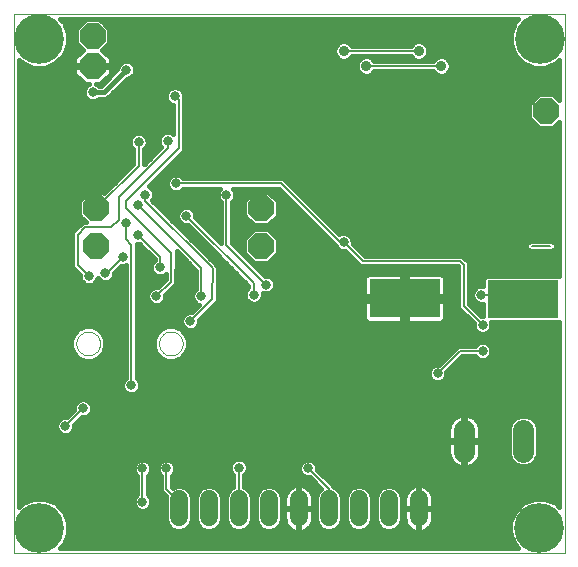
<source format=gbl>
G75*
G70*
%OFA0B0*%
%FSLAX24Y24*%
%IPPOS*%
%LPD*%
%AMOC8*
5,1,8,0,0,1.08239X$1,22.5*
%
%ADD10C,0.0000*%
%ADD11C,0.0080*%
%ADD12C,0.0705*%
%ADD13OC8,0.0850*%
%ADD14C,0.0600*%
%ADD15R,0.2362X0.1260*%
%ADD16C,0.0160*%
%ADD17C,0.0317*%
%ADD18R,0.0356X0.0356*%
%ADD19C,0.0356*%
%ADD20C,0.1660*%
D10*
X000180Y000180D02*
X000180Y018176D01*
X018550Y018176D01*
X018550Y000180D01*
X000180Y000180D01*
X002264Y007180D02*
X002266Y007219D01*
X002272Y007258D01*
X002282Y007296D01*
X002295Y007333D01*
X002312Y007368D01*
X002332Y007402D01*
X002356Y007433D01*
X002383Y007462D01*
X002412Y007488D01*
X002444Y007511D01*
X002478Y007531D01*
X002514Y007547D01*
X002551Y007559D01*
X002590Y007568D01*
X002629Y007573D01*
X002668Y007574D01*
X002707Y007571D01*
X002746Y007564D01*
X002783Y007553D01*
X002820Y007539D01*
X002855Y007521D01*
X002888Y007500D01*
X002919Y007475D01*
X002947Y007448D01*
X002972Y007418D01*
X002994Y007385D01*
X003013Y007351D01*
X003028Y007315D01*
X003040Y007277D01*
X003048Y007239D01*
X003052Y007200D01*
X003052Y007160D01*
X003048Y007121D01*
X003040Y007083D01*
X003028Y007045D01*
X003013Y007009D01*
X002994Y006975D01*
X002972Y006942D01*
X002947Y006912D01*
X002919Y006885D01*
X002888Y006860D01*
X002855Y006839D01*
X002820Y006821D01*
X002783Y006807D01*
X002746Y006796D01*
X002707Y006789D01*
X002668Y006786D01*
X002629Y006787D01*
X002590Y006792D01*
X002551Y006801D01*
X002514Y006813D01*
X002478Y006829D01*
X002444Y006849D01*
X002412Y006872D01*
X002383Y006898D01*
X002356Y006927D01*
X002332Y006958D01*
X002312Y006992D01*
X002295Y007027D01*
X002282Y007064D01*
X002272Y007102D01*
X002266Y007141D01*
X002264Y007180D01*
X005020Y007180D02*
X005022Y007219D01*
X005028Y007258D01*
X005038Y007296D01*
X005051Y007333D01*
X005068Y007368D01*
X005088Y007402D01*
X005112Y007433D01*
X005139Y007462D01*
X005168Y007488D01*
X005200Y007511D01*
X005234Y007531D01*
X005270Y007547D01*
X005307Y007559D01*
X005346Y007568D01*
X005385Y007573D01*
X005424Y007574D01*
X005463Y007571D01*
X005502Y007564D01*
X005539Y007553D01*
X005576Y007539D01*
X005611Y007521D01*
X005644Y007500D01*
X005675Y007475D01*
X005703Y007448D01*
X005728Y007418D01*
X005750Y007385D01*
X005769Y007351D01*
X005784Y007315D01*
X005796Y007277D01*
X005804Y007239D01*
X005808Y007200D01*
X005808Y007160D01*
X005804Y007121D01*
X005796Y007083D01*
X005784Y007045D01*
X005769Y007009D01*
X005750Y006975D01*
X005728Y006942D01*
X005703Y006912D01*
X005675Y006885D01*
X005644Y006860D01*
X005611Y006839D01*
X005576Y006821D01*
X005539Y006807D01*
X005502Y006796D01*
X005463Y006789D01*
X005424Y006786D01*
X005385Y006787D01*
X005346Y006792D01*
X005307Y006801D01*
X005270Y006813D01*
X005234Y006829D01*
X005200Y006849D01*
X005168Y006872D01*
X005139Y006898D01*
X005112Y006927D01*
X005088Y006958D01*
X005068Y006992D01*
X005051Y007027D01*
X005038Y007064D01*
X005028Y007102D01*
X005022Y007141D01*
X005020Y007180D01*
D11*
X006065Y007925D02*
X006795Y008655D01*
X006805Y009680D01*
X004555Y011930D01*
X004560Y012145D01*
X004305Y011805D02*
X006430Y009685D01*
X006430Y008755D01*
X005420Y009245D02*
X004930Y008755D01*
X005420Y009245D02*
X005430Y010180D01*
X003930Y011680D01*
X003930Y011930D01*
X005680Y013680D01*
X005680Y015305D01*
X005555Y015430D01*
X005305Y013930D02*
X005305Y013680D01*
X003680Y012055D01*
X003680Y011305D01*
X003430Y011055D01*
X002555Y011055D01*
X002305Y010805D01*
X002305Y009805D01*
X002680Y009430D01*
X003235Y009525D02*
X003275Y009525D01*
X003805Y010055D01*
X004100Y010455D02*
X004100Y005780D01*
X002490Y005020D02*
X001900Y004430D01*
X004470Y003015D02*
X004470Y001910D01*
X005270Y002330D02*
X005680Y001920D01*
X005680Y001680D01*
X005270Y002330D02*
X005270Y003015D01*
X007680Y003045D02*
X007680Y001680D01*
X010000Y003015D02*
X010680Y002335D01*
X010680Y001680D01*
X014305Y006180D02*
X015055Y006930D01*
X015805Y006930D01*
X015805Y007805D02*
X015180Y008430D01*
X015180Y009805D01*
X015055Y009930D01*
X011805Y009930D01*
X011180Y010555D01*
X011145Y010590D01*
X011010Y010590D01*
X009085Y012515D01*
X005595Y012515D01*
X005930Y011430D02*
X008180Y009180D01*
X008180Y008805D01*
X008595Y009145D02*
X007270Y010470D01*
X007270Y012135D01*
X005055Y010055D02*
X004305Y010805D01*
X003930Y010660D02*
X003930Y011180D01*
X003930Y010660D02*
X004100Y010455D01*
X005055Y010055D02*
X005055Y009720D01*
X002930Y011680D02*
X004340Y013090D01*
X004340Y013900D01*
X011180Y016930D02*
X013680Y016930D01*
X014430Y016430D02*
X011930Y016430D01*
X017447Y010430D02*
X018061Y010430D01*
X017020Y008800D02*
X017140Y008680D01*
X017145Y008676D01*
X017020Y008800D02*
X015760Y008800D01*
D12*
X015196Y004283D02*
X015196Y003578D01*
X017164Y003578D02*
X017164Y004283D01*
D13*
X008430Y010430D03*
X008430Y011680D03*
X002930Y011680D03*
X002930Y010430D03*
X002805Y016430D03*
X002805Y017430D03*
X017930Y014930D03*
D14*
X013680Y001980D02*
X013680Y001380D01*
X012680Y001380D02*
X012680Y001980D01*
X011680Y001980D02*
X011680Y001380D01*
X010680Y001380D02*
X010680Y001980D01*
X009680Y001980D02*
X009680Y001380D01*
X008680Y001380D02*
X008680Y001980D01*
X007680Y001980D02*
X007680Y001380D01*
X006680Y001380D02*
X006680Y001980D01*
X005680Y001980D02*
X005680Y001380D01*
D15*
X013208Y008680D03*
X017145Y008676D03*
D16*
X016086Y007906D02*
X016103Y007864D01*
X016103Y007746D01*
X016058Y007636D01*
X015974Y007552D01*
X015864Y007507D01*
X015746Y007507D01*
X015636Y007552D01*
X015552Y007636D01*
X015507Y007746D01*
X015507Y007849D01*
X015000Y008355D01*
X015000Y009730D01*
X014980Y009750D01*
X011730Y009750D01*
X011625Y009855D01*
X011224Y010257D01*
X011121Y010257D01*
X011011Y010302D01*
X010927Y010386D01*
X010904Y010441D01*
X010830Y010515D01*
X009010Y012335D01*
X007492Y012335D01*
X007523Y012304D01*
X007568Y012194D01*
X007568Y012076D01*
X007523Y011966D01*
X007450Y011893D01*
X007450Y010545D01*
X008551Y009443D01*
X008654Y009443D01*
X008764Y009398D01*
X008848Y009314D01*
X008893Y009204D01*
X008893Y009086D01*
X008848Y008976D01*
X008764Y008892D01*
X008654Y008847D01*
X008536Y008847D01*
X008476Y008871D01*
X008478Y008864D01*
X008478Y008746D01*
X008433Y008636D01*
X008349Y008552D01*
X008239Y008507D01*
X008121Y008507D01*
X008011Y008552D01*
X007927Y008636D01*
X007882Y008746D01*
X007882Y008864D01*
X007927Y008974D01*
X008000Y009047D01*
X008000Y009105D01*
X005974Y011132D01*
X005871Y011132D01*
X005761Y011177D01*
X005677Y011261D01*
X005632Y011371D01*
X005632Y011489D01*
X005677Y011599D01*
X005761Y011683D01*
X005871Y011728D01*
X005989Y011728D01*
X006099Y011683D01*
X006183Y011599D01*
X006228Y011489D01*
X006228Y011386D01*
X007090Y010525D01*
X007090Y011893D01*
X007017Y011966D01*
X006972Y012076D01*
X006972Y012194D01*
X007017Y012304D01*
X007048Y012335D01*
X005837Y012335D01*
X005764Y012262D01*
X005654Y012217D01*
X005536Y012217D01*
X005426Y012262D01*
X005342Y012346D01*
X005297Y012456D01*
X005297Y012574D01*
X005342Y012684D01*
X005426Y012768D01*
X005536Y012813D01*
X005654Y012813D01*
X005764Y012768D01*
X005837Y012695D01*
X009160Y012695D01*
X011036Y010818D01*
X011121Y010853D01*
X011239Y010853D01*
X011349Y010808D01*
X011433Y010724D01*
X011478Y010614D01*
X011478Y010511D01*
X011880Y010110D01*
X015130Y010110D01*
X015235Y010005D01*
X015255Y009985D01*
X015360Y009880D01*
X015360Y008505D01*
X015761Y008103D01*
X015823Y008103D01*
X015823Y008503D01*
X015819Y008502D01*
X015701Y008502D01*
X015591Y008547D01*
X015507Y008631D01*
X015462Y008741D01*
X015462Y008859D01*
X015507Y008969D01*
X015591Y009053D01*
X015701Y009098D01*
X015819Y009098D01*
X015823Y009097D01*
X015823Y009364D01*
X015905Y009446D01*
X018370Y009446D01*
X018370Y014571D01*
X018164Y014365D01*
X017696Y014365D01*
X017365Y014696D01*
X017365Y015164D01*
X017696Y015495D01*
X018164Y015495D01*
X018370Y015289D01*
X018370Y016628D01*
X018259Y016518D01*
X017903Y016370D01*
X017517Y016370D01*
X017161Y016518D01*
X016888Y016791D01*
X016740Y017147D01*
X016740Y017533D01*
X016888Y017889D01*
X016994Y017996D01*
X001736Y017996D01*
X001842Y017889D01*
X001990Y017533D01*
X001990Y017147D01*
X001842Y016791D01*
X001569Y016518D01*
X001213Y016370D01*
X000827Y016370D01*
X000471Y016518D01*
X000360Y016628D01*
X000360Y001732D01*
X000481Y001852D01*
X000837Y002000D01*
X001223Y002000D01*
X001579Y001852D01*
X001852Y001579D01*
X002000Y001223D01*
X002000Y000837D01*
X001852Y000481D01*
X001732Y000360D01*
X016998Y000360D01*
X016878Y000481D01*
X016730Y000837D01*
X016730Y001223D01*
X016878Y001579D01*
X017151Y001852D01*
X017507Y002000D01*
X017893Y002000D01*
X018249Y001852D01*
X018370Y001732D01*
X018370Y007906D01*
X016086Y007906D01*
X016103Y007788D02*
X018370Y007788D01*
X018370Y007630D02*
X016052Y007630D01*
X015864Y007228D02*
X015746Y007228D01*
X015636Y007183D01*
X015563Y007110D01*
X014980Y007110D01*
X014349Y006478D01*
X014246Y006478D01*
X014136Y006433D01*
X014052Y006349D01*
X014007Y006239D01*
X014007Y006121D01*
X014052Y006011D01*
X014136Y005927D01*
X014246Y005882D01*
X014364Y005882D01*
X014474Y005927D01*
X014558Y006011D01*
X014603Y006121D01*
X014603Y006224D01*
X015130Y006750D01*
X015563Y006750D01*
X015636Y006677D01*
X015746Y006632D01*
X015864Y006632D01*
X015974Y006677D01*
X016058Y006761D01*
X016103Y006871D01*
X016103Y006989D01*
X016058Y007099D01*
X015974Y007183D01*
X015864Y007228D01*
X016003Y007154D02*
X018370Y007154D01*
X018370Y006996D02*
X016101Y006996D01*
X016090Y006837D02*
X018370Y006837D01*
X018370Y006679D02*
X015976Y006679D01*
X015634Y006679D02*
X015058Y006679D01*
X014900Y006520D02*
X018370Y006520D01*
X018370Y006362D02*
X014741Y006362D01*
X014603Y006203D02*
X018370Y006203D01*
X018370Y006045D02*
X014572Y006045D01*
X014375Y005886D02*
X018370Y005886D01*
X018370Y005728D02*
X004398Y005728D01*
X004398Y005721D02*
X004398Y005839D01*
X004353Y005949D01*
X004280Y006022D01*
X004280Y010447D01*
X004286Y010507D01*
X004349Y010507D01*
X004875Y009980D01*
X004875Y009962D01*
X004802Y009889D01*
X004757Y009779D01*
X004757Y009661D01*
X004802Y009551D01*
X004886Y009467D01*
X004996Y009422D01*
X005114Y009422D01*
X005224Y009467D01*
X005243Y009485D01*
X005241Y009320D01*
X004974Y009053D01*
X004871Y009053D01*
X004761Y009008D01*
X004677Y008924D01*
X004632Y008814D01*
X004632Y008696D01*
X004677Y008586D01*
X004761Y008502D01*
X004871Y008457D01*
X004989Y008457D01*
X005099Y008502D01*
X005183Y008586D01*
X005228Y008696D01*
X005228Y008799D01*
X005547Y009117D01*
X005599Y009169D01*
X005599Y009170D01*
X005600Y009170D01*
X005600Y009244D01*
X005609Y010105D01*
X005610Y010105D01*
X005610Y010179D01*
X005611Y010248D01*
X006250Y009610D01*
X006250Y008997D01*
X006177Y008924D01*
X006132Y008814D01*
X006132Y008696D01*
X006177Y008586D01*
X006261Y008502D01*
X006350Y008465D01*
X006109Y008223D01*
X006006Y008223D01*
X005896Y008178D01*
X005812Y008094D01*
X005767Y007984D01*
X005767Y007866D01*
X005812Y007756D01*
X005896Y007672D01*
X006006Y007627D01*
X006124Y007627D01*
X006234Y007672D01*
X006318Y007756D01*
X006363Y007866D01*
X006363Y007969D01*
X006922Y008527D01*
X006974Y008579D01*
X006974Y008580D01*
X006975Y008580D01*
X006975Y008654D01*
X006984Y009605D01*
X006985Y009605D01*
X006985Y009679D01*
X006986Y009753D01*
X006985Y009754D01*
X006985Y009755D01*
X006933Y009807D01*
X006881Y009859D01*
X006880Y009859D01*
X004788Y011951D01*
X004813Y011976D01*
X004858Y012086D01*
X004858Y012204D01*
X004813Y012314D01*
X004729Y012398D01*
X004675Y012420D01*
X005860Y013605D01*
X005860Y015380D01*
X005853Y015386D01*
X005853Y015489D01*
X005808Y015599D01*
X005724Y015683D01*
X005614Y015728D01*
X005496Y015728D01*
X005386Y015683D01*
X005302Y015599D01*
X005257Y015489D01*
X005257Y015371D01*
X005302Y015261D01*
X005386Y015177D01*
X005496Y015132D01*
X005500Y015132D01*
X005500Y014157D01*
X005474Y014183D01*
X005364Y014228D01*
X005246Y014228D01*
X005136Y014183D01*
X005052Y014099D01*
X005007Y013989D01*
X005007Y013871D01*
X005052Y013761D01*
X005092Y013721D01*
X004520Y013150D01*
X004520Y013658D01*
X004593Y013731D01*
X004638Y013841D01*
X004638Y013959D01*
X004593Y014069D01*
X004509Y014153D01*
X004399Y014198D01*
X004281Y014198D01*
X004171Y014153D01*
X004087Y014069D01*
X004042Y013959D01*
X004042Y013841D01*
X004087Y013731D01*
X004160Y013658D01*
X004160Y013165D01*
X003202Y012207D01*
X003164Y012245D01*
X002696Y012245D01*
X002365Y011914D01*
X002365Y011446D01*
X002576Y011235D01*
X002480Y011235D01*
X002230Y010985D01*
X002125Y010880D01*
X002125Y009730D01*
X002382Y009474D01*
X002382Y009371D01*
X002427Y009261D01*
X002511Y009177D01*
X002621Y009132D01*
X002739Y009132D01*
X002849Y009177D01*
X002933Y009261D01*
X002977Y009368D01*
X002982Y009356D01*
X003066Y009272D01*
X003176Y009227D01*
X003294Y009227D01*
X003404Y009272D01*
X003488Y009356D01*
X003533Y009466D01*
X003533Y009529D01*
X003761Y009757D01*
X003864Y009757D01*
X003920Y009780D01*
X003920Y006022D01*
X003847Y005949D01*
X003802Y005839D01*
X003802Y005721D01*
X003847Y005611D01*
X003931Y005527D01*
X004041Y005482D01*
X004159Y005482D01*
X004269Y005527D01*
X004353Y005611D01*
X004398Y005721D01*
X004379Y005886D02*
X014235Y005886D01*
X014038Y006045D02*
X004280Y006045D01*
X004280Y006203D02*
X014007Y006203D01*
X014064Y006362D02*
X004280Y006362D01*
X004280Y006520D02*
X014390Y006520D01*
X014549Y006679D02*
X005702Y006679D01*
X005739Y006694D02*
X005900Y006855D01*
X005988Y007066D01*
X005988Y007294D01*
X005900Y007505D01*
X005739Y007666D01*
X005528Y007754D01*
X005300Y007754D01*
X005089Y007666D01*
X004927Y007505D01*
X004840Y007294D01*
X004840Y007066D01*
X004927Y006855D01*
X005089Y006694D01*
X005300Y006606D01*
X005528Y006606D01*
X005739Y006694D01*
X005882Y006837D02*
X014707Y006837D01*
X014866Y006996D02*
X005958Y006996D01*
X005988Y007154D02*
X015607Y007154D01*
X015558Y007630D02*
X006132Y007630D01*
X005998Y007630D02*
X005776Y007630D01*
X005799Y007788D02*
X004280Y007788D01*
X004280Y007630D02*
X005052Y007630D01*
X004913Y007471D02*
X004280Y007471D01*
X004280Y007313D02*
X004848Y007313D01*
X004840Y007154D02*
X004280Y007154D01*
X004280Y006996D02*
X004869Y006996D01*
X004946Y006837D02*
X004280Y006837D01*
X004280Y006679D02*
X005125Y006679D01*
X005980Y007313D02*
X018370Y007313D01*
X018370Y007471D02*
X005914Y007471D01*
X006331Y007788D02*
X015507Y007788D01*
X015409Y007947D02*
X014537Y007947D01*
X014533Y007940D02*
X014556Y007981D01*
X014569Y008026D01*
X014569Y008600D01*
X013288Y008600D01*
X013288Y008760D01*
X014569Y008760D01*
X014569Y009334D01*
X014556Y009379D01*
X014533Y009420D01*
X014499Y009454D01*
X014458Y009478D01*
X014412Y009490D01*
X013288Y009490D01*
X013288Y008760D01*
X013128Y008760D01*
X013128Y009490D01*
X012003Y009490D01*
X011957Y009478D01*
X011916Y009454D01*
X011882Y009420D01*
X011859Y009379D01*
X011846Y009334D01*
X011846Y008760D01*
X013128Y008760D01*
X013128Y008600D01*
X013288Y008600D01*
X013288Y007870D01*
X014412Y007870D01*
X014458Y007882D01*
X014499Y007906D01*
X014533Y007940D01*
X014569Y008105D02*
X015250Y008105D01*
X015092Y008264D02*
X014569Y008264D01*
X014569Y008422D02*
X015000Y008422D01*
X015000Y008581D02*
X014569Y008581D01*
X014569Y008898D02*
X015000Y008898D01*
X015000Y009056D02*
X014569Y009056D01*
X014569Y009215D02*
X015000Y009215D01*
X015000Y009373D02*
X014558Y009373D01*
X015000Y009532D02*
X008463Y009532D01*
X008305Y009690D02*
X015000Y009690D01*
X015360Y009690D02*
X018370Y009690D01*
X018370Y009532D02*
X015360Y009532D01*
X015360Y009373D02*
X015833Y009373D01*
X015823Y009215D02*
X015360Y009215D01*
X015360Y009056D02*
X015598Y009056D01*
X015477Y008898D02*
X015360Y008898D01*
X015360Y008739D02*
X015462Y008739D01*
X015557Y008581D02*
X015360Y008581D01*
X015443Y008422D02*
X015823Y008422D01*
X015823Y008264D02*
X015601Y008264D01*
X015760Y008105D02*
X015823Y008105D01*
X015000Y008739D02*
X013288Y008739D01*
X013288Y008581D02*
X013128Y008581D01*
X013128Y008600D02*
X013128Y007870D01*
X012003Y007870D01*
X011957Y007882D01*
X011916Y007906D01*
X011882Y007940D01*
X011859Y007981D01*
X011846Y008026D01*
X011846Y008600D01*
X013128Y008600D01*
X013128Y008739D02*
X008476Y008739D01*
X008378Y008581D02*
X011846Y008581D01*
X011846Y008422D02*
X006817Y008422D01*
X006975Y008581D02*
X007982Y008581D01*
X007884Y008739D02*
X006976Y008739D01*
X006977Y008898D02*
X007895Y008898D01*
X008000Y009056D02*
X006979Y009056D01*
X006980Y009215D02*
X007891Y009215D01*
X007732Y009373D02*
X006982Y009373D01*
X006984Y009532D02*
X007574Y009532D01*
X007415Y009690D02*
X006985Y009690D01*
X006892Y009849D02*
X007257Y009849D01*
X007098Y010007D02*
X006733Y010007D01*
X006574Y010166D02*
X006940Y010166D01*
X006781Y010324D02*
X006416Y010324D01*
X006257Y010483D02*
X006623Y010483D01*
X006464Y010641D02*
X006099Y010641D01*
X005940Y010800D02*
X006306Y010800D01*
X006147Y010958D02*
X005782Y010958D01*
X005623Y011117D02*
X005989Y011117D01*
X005671Y011275D02*
X005465Y011275D01*
X005306Y011434D02*
X005632Y011434D01*
X005674Y011592D02*
X005148Y011592D01*
X004989Y011751D02*
X007090Y011751D01*
X007074Y011909D02*
X004831Y011909D01*
X004851Y012068D02*
X006975Y012068D01*
X006985Y012226D02*
X005677Y012226D01*
X005513Y012226D02*
X004849Y012226D01*
X004743Y012385D02*
X005326Y012385D01*
X005297Y012543D02*
X004798Y012543D01*
X004956Y012702D02*
X005359Y012702D01*
X005115Y012860D02*
X018370Y012860D01*
X018370Y012702D02*
X005831Y012702D01*
X005432Y013177D02*
X018370Y013177D01*
X018370Y013019D02*
X005273Y013019D01*
X005590Y013336D02*
X018370Y013336D01*
X018370Y013494D02*
X005749Y013494D01*
X005860Y013653D02*
X018370Y013653D01*
X018370Y013811D02*
X005860Y013811D01*
X005860Y013970D02*
X018370Y013970D01*
X018370Y014128D02*
X005860Y014128D01*
X005860Y014287D02*
X018370Y014287D01*
X018370Y014445D02*
X018244Y014445D01*
X017616Y014445D02*
X005860Y014445D01*
X005860Y014604D02*
X017457Y014604D01*
X017365Y014762D02*
X005860Y014762D01*
X005860Y014921D02*
X017365Y014921D01*
X017365Y015079D02*
X005860Y015079D01*
X005860Y015238D02*
X017438Y015238D01*
X017597Y015396D02*
X005853Y015396D01*
X005826Y015555D02*
X018370Y015555D01*
X018370Y015713D02*
X005652Y015713D01*
X005458Y015713D02*
X003649Y015713D01*
X003491Y015555D02*
X005284Y015555D01*
X005257Y015396D02*
X003332Y015396D01*
X003271Y015335D02*
X003943Y016007D01*
X003989Y016007D01*
X004099Y016052D01*
X004183Y016136D01*
X004228Y016246D01*
X004228Y016364D01*
X004183Y016474D01*
X004099Y016558D01*
X003989Y016603D01*
X003871Y016603D01*
X003761Y016558D01*
X003677Y016474D01*
X003632Y016364D01*
X003632Y016318D01*
X003089Y015775D01*
X003007Y015775D01*
X002974Y015808D01*
X002933Y015825D01*
X003056Y015825D01*
X003410Y016179D01*
X003410Y016410D01*
X002825Y016410D01*
X002825Y016450D01*
X003410Y016450D01*
X003410Y016681D01*
X003132Y016958D01*
X003370Y017196D01*
X003370Y017664D01*
X003039Y017995D01*
X002571Y017995D01*
X002240Y017664D01*
X002240Y017196D01*
X002478Y016958D01*
X002200Y016681D01*
X002200Y016450D01*
X002785Y016450D01*
X002785Y016410D01*
X002200Y016410D01*
X002200Y016179D01*
X002554Y015825D01*
X002677Y015825D01*
X002636Y015808D01*
X002552Y015724D01*
X002507Y015614D01*
X002507Y015496D01*
X002552Y015386D01*
X002636Y015302D01*
X002746Y015257D01*
X002864Y015257D01*
X002974Y015302D01*
X003007Y015335D01*
X003271Y015335D01*
X003180Y015555D02*
X003930Y016305D01*
X004046Y016030D02*
X018370Y016030D01*
X018370Y015872D02*
X003808Y015872D01*
X003502Y016189D02*
X003410Y016189D01*
X003410Y016347D02*
X003632Y016347D01*
X003708Y016506D02*
X003410Y016506D01*
X003410Y016664D02*
X010996Y016664D01*
X011000Y016660D02*
X011117Y016612D01*
X011243Y016612D01*
X011360Y016660D01*
X011450Y016750D01*
X013410Y016750D01*
X013410Y016750D01*
X013500Y016660D01*
X013617Y016612D01*
X013743Y016612D01*
X013860Y016660D01*
X013950Y016750D01*
X013998Y016867D01*
X013998Y016993D01*
X013950Y017110D01*
X013860Y017200D01*
X013743Y017248D01*
X013617Y017248D01*
X013500Y017200D01*
X013410Y017110D01*
X011450Y017110D01*
X011450Y017110D01*
X011360Y017200D01*
X011243Y017248D01*
X011117Y017248D01*
X011000Y017200D01*
X010910Y017110D01*
X010862Y016993D01*
X010862Y016867D01*
X010910Y016750D01*
X011000Y016660D01*
X010880Y016823D02*
X003268Y016823D01*
X003155Y016981D02*
X010862Y016981D01*
X010940Y017140D02*
X003314Y017140D01*
X003370Y017298D02*
X016740Y017298D01*
X016743Y017140D02*
X013920Y017140D01*
X013998Y016981D02*
X016809Y016981D01*
X016875Y016823D02*
X013980Y016823D01*
X013864Y016664D02*
X014214Y016664D01*
X014250Y016700D02*
X014160Y016610D01*
X012200Y016610D01*
X012200Y016610D01*
X012110Y016700D01*
X011993Y016748D01*
X011867Y016748D01*
X011750Y016700D01*
X011660Y016610D01*
X011612Y016493D01*
X011612Y016367D01*
X011660Y016250D01*
X011750Y016160D01*
X011867Y016112D01*
X011993Y016112D01*
X012110Y016160D01*
X012200Y016250D01*
X014160Y016250D01*
X014160Y016250D01*
X014250Y016160D01*
X014367Y016112D01*
X014493Y016112D01*
X014610Y016160D01*
X014700Y016250D01*
X014748Y016367D01*
X014748Y016493D01*
X014700Y016610D01*
X014610Y016700D01*
X014493Y016748D01*
X014367Y016748D01*
X014250Y016700D01*
X014160Y016610D02*
X014160Y016610D01*
X014222Y016189D02*
X012138Y016189D01*
X012200Y016250D02*
X012200Y016250D01*
X012146Y016664D02*
X013496Y016664D01*
X013410Y017110D02*
X013410Y017110D01*
X013440Y017140D02*
X011420Y017140D01*
X011450Y016750D02*
X011450Y016750D01*
X011364Y016664D02*
X011714Y016664D01*
X011617Y016506D02*
X004152Y016506D01*
X004228Y016347D02*
X011620Y016347D01*
X011722Y016189D02*
X004205Y016189D01*
X003344Y016030D02*
X003261Y016030D01*
X003185Y015872D02*
X003102Y015872D01*
X003180Y015555D02*
X002805Y015555D01*
X002507Y015555D02*
X000360Y015555D01*
X000360Y015713D02*
X002547Y015713D01*
X002508Y015872D02*
X000360Y015872D01*
X000360Y016030D02*
X002349Y016030D01*
X002200Y016189D02*
X000360Y016189D01*
X000360Y016347D02*
X002200Y016347D01*
X002200Y016506D02*
X001540Y016506D01*
X001716Y016664D02*
X002200Y016664D01*
X002342Y016823D02*
X001855Y016823D01*
X001921Y016981D02*
X002455Y016981D01*
X002296Y017140D02*
X001987Y017140D01*
X001990Y017298D02*
X002240Y017298D01*
X002240Y017457D02*
X001990Y017457D01*
X001956Y017615D02*
X002240Y017615D01*
X002349Y017774D02*
X001890Y017774D01*
X001800Y017932D02*
X002508Y017932D01*
X003102Y017932D02*
X016930Y017932D01*
X016840Y017774D02*
X003261Y017774D01*
X003370Y017615D02*
X016774Y017615D01*
X016740Y017457D02*
X003370Y017457D01*
X002548Y015396D02*
X000360Y015396D01*
X000360Y015238D02*
X005325Y015238D01*
X005500Y015079D02*
X000360Y015079D01*
X000360Y014921D02*
X005500Y014921D01*
X005500Y014762D02*
X000360Y014762D01*
X000360Y014604D02*
X005500Y014604D01*
X005500Y014445D02*
X000360Y014445D01*
X000360Y014287D02*
X005500Y014287D01*
X005081Y014128D02*
X004534Y014128D01*
X004634Y013970D02*
X005007Y013970D01*
X005031Y013811D02*
X004626Y013811D01*
X004520Y013653D02*
X005023Y013653D01*
X004864Y013494D02*
X004520Y013494D01*
X004520Y013336D02*
X004706Y013336D01*
X004547Y013177D02*
X004520Y013177D01*
X004160Y013177D02*
X000360Y013177D01*
X000360Y013019D02*
X004014Y013019D01*
X003855Y012860D02*
X000360Y012860D01*
X000360Y012702D02*
X003697Y012702D01*
X003538Y012543D02*
X000360Y012543D01*
X000360Y012385D02*
X003380Y012385D01*
X003221Y012226D02*
X003183Y012226D01*
X002677Y012226D02*
X000360Y012226D01*
X000360Y012068D02*
X002518Y012068D01*
X002365Y011909D02*
X000360Y011909D01*
X000360Y011751D02*
X002365Y011751D01*
X002365Y011592D02*
X000360Y011592D01*
X000360Y011434D02*
X002377Y011434D01*
X002536Y011275D02*
X000360Y011275D01*
X000360Y011117D02*
X002362Y011117D01*
X002203Y010958D02*
X000360Y010958D01*
X000360Y010800D02*
X002125Y010800D01*
X002125Y010641D02*
X000360Y010641D01*
X000360Y010483D02*
X002125Y010483D01*
X002125Y010324D02*
X000360Y010324D01*
X000360Y010166D02*
X002125Y010166D01*
X002125Y010007D02*
X000360Y010007D01*
X000360Y009849D02*
X002125Y009849D01*
X002165Y009690D02*
X000360Y009690D01*
X000360Y009532D02*
X002324Y009532D01*
X002382Y009373D02*
X000360Y009373D01*
X000360Y009215D02*
X002473Y009215D01*
X002887Y009215D02*
X003920Y009215D01*
X003920Y009373D02*
X003495Y009373D01*
X003536Y009532D02*
X003920Y009532D01*
X003920Y009690D02*
X003695Y009690D01*
X004280Y009690D02*
X004757Y009690D01*
X004785Y009849D02*
X004280Y009849D01*
X004280Y010007D02*
X004848Y010007D01*
X004690Y010166D02*
X004280Y010166D01*
X004280Y010324D02*
X004531Y010324D01*
X004373Y010483D02*
X004283Y010483D01*
X004280Y009532D02*
X004821Y009532D01*
X005135Y009215D02*
X004280Y009215D01*
X004280Y009373D02*
X005241Y009373D01*
X005601Y009373D02*
X006250Y009373D01*
X006250Y009215D02*
X005600Y009215D01*
X005486Y009056D02*
X006250Y009056D01*
X006166Y008898D02*
X005327Y008898D01*
X005228Y008739D02*
X006132Y008739D01*
X006182Y008581D02*
X005178Y008581D01*
X004682Y008581D02*
X004280Y008581D01*
X004280Y008739D02*
X004632Y008739D01*
X004666Y008898D02*
X004280Y008898D01*
X004280Y009056D02*
X004976Y009056D01*
X005603Y009532D02*
X006250Y009532D01*
X006170Y009690D02*
X005605Y009690D01*
X005606Y009849D02*
X006011Y009849D01*
X005852Y010007D02*
X005608Y010007D01*
X005610Y010166D02*
X005693Y010166D01*
X006498Y011117D02*
X007090Y011117D01*
X007090Y011275D02*
X006340Y011275D01*
X006228Y011434D02*
X007090Y011434D01*
X007090Y011592D02*
X006186Y011592D01*
X006657Y010958D02*
X007090Y010958D01*
X007090Y010800D02*
X006815Y010800D01*
X006974Y010641D02*
X007090Y010641D01*
X007450Y010641D02*
X007865Y010641D01*
X007865Y010664D02*
X007865Y010196D01*
X008196Y009865D01*
X008664Y009865D01*
X008995Y010196D01*
X008995Y010664D01*
X008664Y010995D01*
X008196Y010995D01*
X007865Y010664D01*
X007865Y010483D02*
X007512Y010483D01*
X007671Y010324D02*
X007865Y010324D01*
X007895Y010166D02*
X007829Y010166D01*
X007988Y010007D02*
X008054Y010007D01*
X008146Y009849D02*
X011632Y009849D01*
X011473Y010007D02*
X008806Y010007D01*
X008965Y010166D02*
X011315Y010166D01*
X010989Y010324D02*
X008995Y010324D01*
X008995Y010483D02*
X010863Y010483D01*
X010704Y010641D02*
X008995Y010641D01*
X008860Y010800D02*
X010546Y010800D01*
X010387Y010958D02*
X008701Y010958D01*
X008664Y011115D02*
X008995Y011446D01*
X008995Y011914D01*
X008664Y012245D01*
X008196Y012245D01*
X007865Y011914D01*
X007865Y011446D01*
X008196Y011115D01*
X008664Y011115D01*
X008666Y011117D02*
X010229Y011117D01*
X010070Y011275D02*
X008824Y011275D01*
X008983Y011434D02*
X009912Y011434D01*
X009753Y011592D02*
X008995Y011592D01*
X008995Y011751D02*
X009595Y011751D01*
X009436Y011909D02*
X008995Y011909D01*
X008842Y012068D02*
X009278Y012068D01*
X009119Y012226D02*
X008683Y012226D01*
X008177Y012226D02*
X007555Y012226D01*
X007565Y012068D02*
X008018Y012068D01*
X007865Y011909D02*
X007466Y011909D01*
X007450Y011751D02*
X007865Y011751D01*
X007865Y011592D02*
X007450Y011592D01*
X007450Y011434D02*
X007877Y011434D01*
X008036Y011275D02*
X007450Y011275D01*
X007450Y011117D02*
X008194Y011117D01*
X008159Y010958D02*
X007450Y010958D01*
X007450Y010800D02*
X008000Y010800D01*
X008789Y009373D02*
X011857Y009373D01*
X011846Y009215D02*
X008889Y009215D01*
X008881Y009056D02*
X011846Y009056D01*
X011846Y008898D02*
X008770Y008898D01*
X006658Y008264D02*
X011846Y008264D01*
X011846Y008105D02*
X006500Y008105D01*
X006363Y007947D02*
X011878Y007947D01*
X013128Y007947D02*
X013288Y007947D01*
X013288Y008105D02*
X013128Y008105D01*
X013128Y008264D02*
X013288Y008264D01*
X013288Y008422D02*
X013128Y008422D01*
X013128Y008898D02*
X013288Y008898D01*
X013288Y009056D02*
X013128Y009056D01*
X013128Y009215D02*
X013288Y009215D01*
X013288Y009373D02*
X013128Y009373D01*
X011824Y010166D02*
X018370Y010166D01*
X018370Y010324D02*
X018209Y010324D01*
X018241Y010356D02*
X018241Y010505D01*
X018135Y010610D01*
X017372Y010610D01*
X017267Y010505D01*
X017267Y010356D01*
X017372Y010250D01*
X018135Y010250D01*
X018241Y010356D01*
X018241Y010483D02*
X018370Y010483D01*
X018370Y010641D02*
X011467Y010641D01*
X011507Y010483D02*
X017267Y010483D01*
X017299Y010324D02*
X011666Y010324D01*
X011358Y010800D02*
X018370Y010800D01*
X018370Y010958D02*
X010897Y010958D01*
X010738Y011117D02*
X018370Y011117D01*
X018370Y011275D02*
X010580Y011275D01*
X010421Y011434D02*
X018370Y011434D01*
X018370Y011592D02*
X010263Y011592D01*
X010104Y011751D02*
X018370Y011751D01*
X018370Y011909D02*
X009946Y011909D01*
X009787Y012068D02*
X018370Y012068D01*
X018370Y012226D02*
X009629Y012226D01*
X009470Y012385D02*
X018370Y012385D01*
X018370Y012543D02*
X009312Y012543D01*
X006307Y008422D02*
X004280Y008422D01*
X004280Y008264D02*
X006149Y008264D01*
X005823Y008105D02*
X004280Y008105D01*
X004280Y007947D02*
X005767Y007947D01*
X003920Y007947D02*
X000360Y007947D01*
X000360Y008105D02*
X003920Y008105D01*
X003920Y008264D02*
X000360Y008264D01*
X000360Y008422D02*
X003920Y008422D01*
X003920Y008581D02*
X000360Y008581D01*
X000360Y008739D02*
X003920Y008739D01*
X003920Y008898D02*
X000360Y008898D01*
X000360Y009056D02*
X003920Y009056D01*
X003920Y007788D02*
X000360Y007788D01*
X000360Y007630D02*
X002296Y007630D01*
X002333Y007666D02*
X002172Y007505D01*
X002084Y007294D01*
X002084Y007066D01*
X002172Y006855D01*
X002333Y006694D01*
X002544Y006606D01*
X002772Y006606D01*
X002983Y006694D01*
X003144Y006855D01*
X003232Y007066D01*
X003232Y007294D01*
X003144Y007505D01*
X002983Y007666D01*
X002772Y007754D01*
X002544Y007754D01*
X002333Y007666D01*
X002158Y007471D02*
X000360Y007471D01*
X000360Y007313D02*
X002092Y007313D01*
X002084Y007154D02*
X000360Y007154D01*
X000360Y006996D02*
X002113Y006996D01*
X002190Y006837D02*
X000360Y006837D01*
X000360Y006679D02*
X002370Y006679D01*
X002946Y006679D02*
X003920Y006679D01*
X003920Y006837D02*
X003126Y006837D01*
X003203Y006996D02*
X003920Y006996D01*
X003920Y007154D02*
X003232Y007154D01*
X003224Y007313D02*
X003920Y007313D01*
X003920Y007471D02*
X003158Y007471D01*
X003020Y007630D02*
X003920Y007630D01*
X003920Y006520D02*
X000360Y006520D01*
X000360Y006362D02*
X003920Y006362D01*
X003920Y006203D02*
X000360Y006203D01*
X000360Y006045D02*
X003920Y006045D01*
X003821Y005886D02*
X000360Y005886D01*
X000360Y005728D02*
X003802Y005728D01*
X003889Y005569D02*
X000360Y005569D01*
X000360Y005411D02*
X018370Y005411D01*
X018370Y005569D02*
X004311Y005569D01*
X002788Y005079D02*
X002743Y005189D01*
X002659Y005273D01*
X002549Y005318D01*
X002431Y005318D01*
X002321Y005273D01*
X002237Y005189D01*
X002192Y005079D01*
X002192Y004976D01*
X001944Y004728D01*
X001841Y004728D01*
X001731Y004683D01*
X001647Y004599D01*
X001602Y004489D01*
X001602Y004371D01*
X001647Y004261D01*
X001731Y004177D01*
X001841Y004132D01*
X001959Y004132D01*
X002069Y004177D01*
X002153Y004261D01*
X002198Y004371D01*
X002198Y004474D01*
X002446Y004722D01*
X002549Y004722D01*
X002659Y004767D01*
X002743Y004851D01*
X002788Y004961D01*
X002788Y005079D01*
X002783Y005094D02*
X018370Y005094D01*
X018370Y005252D02*
X002680Y005252D01*
X002778Y004935D02*
X018370Y004935D01*
X018370Y004777D02*
X015399Y004777D01*
X015400Y004776D02*
X015320Y004802D01*
X015238Y004815D01*
X015233Y004815D01*
X015233Y003968D01*
X015158Y003968D01*
X015158Y004815D01*
X015154Y004815D01*
X015071Y004802D01*
X014991Y004776D01*
X014917Y004738D01*
X014849Y004689D01*
X014790Y004629D01*
X014740Y004562D01*
X014702Y004487D01*
X014676Y004407D01*
X014663Y004324D01*
X014663Y003968D01*
X015158Y003968D01*
X015158Y003892D01*
X015233Y003892D01*
X015233Y003045D01*
X015238Y003045D01*
X015320Y003058D01*
X015400Y003084D01*
X015475Y003122D01*
X015543Y003171D01*
X015602Y003231D01*
X015651Y003298D01*
X015689Y003373D01*
X015715Y003453D01*
X015728Y003536D01*
X015728Y003892D01*
X015233Y003892D01*
X015233Y003968D01*
X015728Y003968D01*
X015728Y004324D01*
X015715Y004407D01*
X015689Y004487D01*
X015651Y004562D01*
X015602Y004629D01*
X015543Y004689D01*
X015475Y004738D01*
X015400Y004776D01*
X015233Y004777D02*
X015158Y004777D01*
X015158Y004618D02*
X015233Y004618D01*
X015233Y004460D02*
X015158Y004460D01*
X015158Y004301D02*
X015233Y004301D01*
X015233Y004143D02*
X015158Y004143D01*
X015158Y003984D02*
X015233Y003984D01*
X015158Y003892D02*
X015158Y003045D01*
X015154Y003045D01*
X015071Y003058D01*
X014991Y003084D01*
X014917Y003122D01*
X014849Y003171D01*
X014790Y003231D01*
X014740Y003298D01*
X014702Y003373D01*
X014676Y003453D01*
X014663Y003536D01*
X014663Y003892D01*
X015158Y003892D01*
X015158Y003826D02*
X015233Y003826D01*
X015233Y003667D02*
X015158Y003667D01*
X015158Y003509D02*
X015233Y003509D01*
X015233Y003350D02*
X015158Y003350D01*
X015158Y003192D02*
X015233Y003192D01*
X015563Y003192D02*
X016854Y003192D01*
X016885Y003160D02*
X017066Y003085D01*
X017262Y003085D01*
X017443Y003160D01*
X017582Y003299D01*
X017657Y003480D01*
X017657Y004380D01*
X017582Y004561D01*
X017443Y004700D01*
X017262Y004775D01*
X017066Y004775D01*
X016885Y004700D01*
X016747Y004561D01*
X016672Y004380D01*
X016672Y003480D01*
X016747Y003299D01*
X016885Y003160D01*
X016725Y003350D02*
X015677Y003350D01*
X015724Y003509D02*
X016672Y003509D01*
X016672Y003667D02*
X015728Y003667D01*
X015728Y003826D02*
X016672Y003826D01*
X016672Y003984D02*
X015728Y003984D01*
X015728Y004143D02*
X016672Y004143D01*
X016672Y004301D02*
X015728Y004301D01*
X015698Y004460D02*
X016704Y004460D01*
X016803Y004618D02*
X015610Y004618D01*
X014993Y004777D02*
X002669Y004777D01*
X002343Y004618D02*
X014781Y004618D01*
X014693Y004460D02*
X002198Y004460D01*
X002170Y004301D02*
X014663Y004301D01*
X014663Y004143D02*
X001986Y004143D01*
X001814Y004143D02*
X000360Y004143D01*
X000360Y004301D02*
X001630Y004301D01*
X001602Y004460D02*
X000360Y004460D01*
X000360Y004618D02*
X001666Y004618D01*
X001992Y004777D02*
X000360Y004777D01*
X000360Y004935D02*
X002150Y004935D01*
X002197Y005094D02*
X000360Y005094D01*
X000360Y005252D02*
X002300Y005252D01*
X000360Y003984D02*
X014663Y003984D01*
X014663Y003826D02*
X000360Y003826D01*
X000360Y003667D02*
X014663Y003667D01*
X014668Y003509D02*
X000360Y003509D01*
X000360Y003350D02*
X014714Y003350D01*
X014829Y003192D02*
X010246Y003192D01*
X010253Y003184D02*
X010169Y003268D01*
X010059Y003313D01*
X009941Y003313D01*
X009831Y003268D01*
X009747Y003184D01*
X009702Y003074D01*
X009702Y002956D01*
X009747Y002846D01*
X009831Y002762D01*
X009941Y002717D01*
X010044Y002717D01*
X010419Y002341D01*
X010307Y002229D01*
X010240Y002068D01*
X010240Y001292D01*
X010307Y001131D01*
X010092Y001131D01*
X010091Y001128D02*
X010125Y001196D01*
X010148Y001268D01*
X010160Y001342D01*
X010160Y001660D01*
X009700Y001660D01*
X009700Y001700D01*
X010160Y001700D01*
X010160Y002018D01*
X010148Y002092D01*
X010125Y002164D01*
X010091Y002232D01*
X010046Y002293D01*
X009993Y002346D01*
X009932Y002391D01*
X009864Y002425D01*
X009792Y002448D01*
X009718Y002460D01*
X009700Y002460D01*
X009700Y001700D01*
X009660Y001700D01*
X009660Y002460D01*
X009642Y002460D01*
X009568Y002448D01*
X009496Y002425D01*
X009428Y002391D01*
X009367Y002346D01*
X009314Y002293D01*
X009269Y002232D01*
X009235Y002164D01*
X009212Y002092D01*
X009200Y002018D01*
X009200Y001700D01*
X009660Y001700D01*
X009660Y001660D01*
X009700Y001660D01*
X009700Y000900D01*
X009718Y000900D01*
X009792Y000912D01*
X009864Y000935D01*
X009932Y000969D01*
X009993Y001014D01*
X010046Y001067D01*
X010091Y001128D01*
X010152Y001290D02*
X010241Y001290D01*
X010240Y001448D02*
X010160Y001448D01*
X010160Y001607D02*
X010240Y001607D01*
X010240Y001765D02*
X010160Y001765D01*
X010160Y001924D02*
X010240Y001924D01*
X010246Y002082D02*
X010150Y002082D01*
X010084Y002241D02*
X010318Y002241D01*
X010361Y002399D02*
X009915Y002399D01*
X009700Y002399D02*
X009660Y002399D01*
X009660Y002241D02*
X009700Y002241D01*
X009700Y002082D02*
X009660Y002082D01*
X009660Y001924D02*
X009700Y001924D01*
X009700Y001765D02*
X009660Y001765D01*
X009660Y001660D02*
X009200Y001660D01*
X009200Y001342D01*
X009212Y001268D01*
X009235Y001196D01*
X009269Y001128D01*
X009314Y001067D01*
X009367Y001014D01*
X009428Y000969D01*
X009496Y000935D01*
X009568Y000912D01*
X009642Y000900D01*
X009660Y000900D01*
X009660Y001660D01*
X009660Y001607D02*
X009700Y001607D01*
X009700Y001448D02*
X009660Y001448D01*
X009660Y001290D02*
X009700Y001290D01*
X009700Y001131D02*
X009660Y001131D01*
X009660Y000973D02*
X009700Y000973D01*
X009936Y000973D02*
X010514Y000973D01*
X010592Y000940D02*
X010431Y001007D01*
X010307Y001131D01*
X010592Y000940D02*
X010768Y000940D01*
X010929Y001007D01*
X011053Y001131D01*
X011307Y001131D01*
X011431Y001007D01*
X011592Y000940D01*
X011768Y000940D01*
X011929Y001007D01*
X012053Y001131D01*
X012307Y001131D01*
X012431Y001007D01*
X012592Y000940D01*
X012768Y000940D01*
X012929Y001007D01*
X013053Y001131D01*
X013268Y001131D01*
X013269Y001128D02*
X013314Y001067D01*
X013367Y001014D01*
X013428Y000969D01*
X013496Y000935D01*
X013568Y000912D01*
X013642Y000900D01*
X013660Y000900D01*
X013660Y001660D01*
X013700Y001660D01*
X013700Y001700D01*
X014160Y001700D01*
X014160Y002018D01*
X014148Y002092D01*
X014125Y002164D01*
X014091Y002232D01*
X014046Y002293D01*
X013993Y002346D01*
X013932Y002391D01*
X013864Y002425D01*
X013792Y002448D01*
X013718Y002460D01*
X013700Y002460D01*
X013700Y001700D01*
X013660Y001700D01*
X013660Y002460D01*
X013642Y002460D01*
X013568Y002448D01*
X013496Y002425D01*
X013428Y002391D01*
X013367Y002346D01*
X013314Y002293D01*
X013269Y002232D01*
X013235Y002164D01*
X013212Y002092D01*
X013200Y002018D01*
X013200Y001700D01*
X013660Y001700D01*
X013660Y001660D01*
X013200Y001660D01*
X013200Y001342D01*
X013212Y001268D01*
X013235Y001196D01*
X013269Y001128D01*
X013208Y001290D02*
X013119Y001290D01*
X013120Y001292D02*
X013120Y002068D01*
X013053Y002229D01*
X012929Y002353D01*
X012768Y002420D01*
X012592Y002420D01*
X012431Y002353D01*
X012307Y002229D01*
X012240Y002068D01*
X012240Y001292D01*
X012307Y001131D01*
X012241Y001290D02*
X012119Y001290D01*
X012120Y001292D02*
X012120Y002068D01*
X012053Y002229D01*
X011929Y002353D01*
X011768Y002420D01*
X011592Y002420D01*
X011431Y002353D01*
X011307Y002229D01*
X011240Y002068D01*
X011240Y001292D01*
X011307Y001131D01*
X011241Y001290D02*
X011119Y001290D01*
X011120Y001292D02*
X011120Y002068D01*
X011053Y002229D01*
X010929Y002353D01*
X010860Y002382D01*
X010860Y002410D01*
X010755Y002515D01*
X010298Y002971D01*
X010298Y003074D01*
X010253Y003184D01*
X010298Y003033D02*
X018370Y003033D01*
X018370Y002875D02*
X010395Y002875D01*
X010554Y002716D02*
X018370Y002716D01*
X018370Y002558D02*
X010712Y002558D01*
X010860Y002399D02*
X011542Y002399D01*
X011318Y002241D02*
X011042Y002241D01*
X011114Y002082D02*
X011246Y002082D01*
X011240Y001924D02*
X011120Y001924D01*
X011120Y001765D02*
X011240Y001765D01*
X011240Y001607D02*
X011120Y001607D01*
X011120Y001448D02*
X011240Y001448D01*
X011120Y001292D02*
X011053Y001131D01*
X010846Y000973D02*
X011514Y000973D01*
X011846Y000973D02*
X012514Y000973D01*
X012846Y000973D02*
X013424Y000973D01*
X013660Y000973D02*
X013700Y000973D01*
X013700Y000900D02*
X013718Y000900D01*
X013792Y000912D01*
X013864Y000935D01*
X013932Y000969D01*
X013993Y001014D01*
X014046Y001067D01*
X014091Y001128D01*
X014125Y001196D01*
X014148Y001268D01*
X014160Y001342D01*
X014160Y001660D01*
X013700Y001660D01*
X013700Y000900D01*
X013936Y000973D02*
X016730Y000973D01*
X016730Y001131D02*
X014092Y001131D01*
X014152Y001290D02*
X016758Y001290D01*
X016823Y001448D02*
X014160Y001448D01*
X014160Y001607D02*
X016905Y001607D01*
X017063Y001765D02*
X014160Y001765D01*
X014160Y001924D02*
X017323Y001924D01*
X018077Y001924D02*
X018370Y001924D01*
X018370Y002082D02*
X014150Y002082D01*
X014084Y002241D02*
X018370Y002241D01*
X018370Y002399D02*
X013915Y002399D01*
X013700Y002399D02*
X013660Y002399D01*
X013660Y002241D02*
X013700Y002241D01*
X013700Y002082D02*
X013660Y002082D01*
X013660Y001924D02*
X013700Y001924D01*
X013700Y001765D02*
X013660Y001765D01*
X013660Y001607D02*
X013700Y001607D01*
X013700Y001448D02*
X013660Y001448D01*
X013660Y001290D02*
X013700Y001290D01*
X013700Y001131D02*
X013660Y001131D01*
X013200Y001448D02*
X013120Y001448D01*
X013120Y001292D02*
X013053Y001131D01*
X013120Y001607D02*
X013200Y001607D01*
X013200Y001765D02*
X013120Y001765D01*
X013120Y001924D02*
X013200Y001924D01*
X013210Y002082D02*
X013114Y002082D01*
X013042Y002241D02*
X013276Y002241D01*
X013445Y002399D02*
X012818Y002399D01*
X012542Y002399D02*
X011818Y002399D01*
X012042Y002241D02*
X012318Y002241D01*
X012246Y002082D02*
X012114Y002082D01*
X012120Y001924D02*
X012240Y001924D01*
X012240Y001765D02*
X012120Y001765D01*
X012120Y001607D02*
X012240Y001607D01*
X012240Y001448D02*
X012120Y001448D01*
X012120Y001292D02*
X012053Y001131D01*
X010203Y002558D02*
X007860Y002558D01*
X007860Y002716D02*
X010044Y002716D01*
X009735Y002875D02*
X007932Y002875D01*
X007933Y002876D02*
X007978Y002986D01*
X007978Y003104D01*
X007933Y003214D01*
X007849Y003298D01*
X007739Y003343D01*
X007621Y003343D01*
X007511Y003298D01*
X007427Y003214D01*
X007382Y003104D01*
X007382Y002986D01*
X007427Y002876D01*
X007500Y002803D01*
X007500Y002382D01*
X007431Y002353D01*
X007307Y002229D01*
X007240Y002068D01*
X007240Y001292D01*
X007307Y001131D01*
X007053Y001131D01*
X007120Y001292D01*
X007120Y002068D01*
X007053Y002229D01*
X006929Y002353D01*
X006768Y002420D01*
X006592Y002420D01*
X006431Y002353D01*
X006307Y002229D01*
X006240Y002068D01*
X006240Y001292D01*
X006307Y001131D01*
X006053Y001131D01*
X006120Y001292D01*
X006120Y002068D01*
X006053Y002229D01*
X005929Y002353D01*
X005768Y002420D01*
X005592Y002420D01*
X005481Y002374D01*
X005450Y002405D01*
X005450Y002773D01*
X005523Y002846D01*
X005568Y002956D01*
X005568Y003074D01*
X005523Y003184D01*
X005439Y003268D01*
X005329Y003313D01*
X005211Y003313D01*
X005101Y003268D01*
X005017Y003184D01*
X004972Y003074D01*
X004972Y002956D01*
X005017Y002846D01*
X005090Y002773D01*
X005090Y002255D01*
X005251Y002094D01*
X005240Y002068D01*
X005240Y001292D01*
X005307Y001131D01*
X002000Y001131D01*
X002000Y000973D02*
X005514Y000973D01*
X005592Y000940D02*
X005768Y000940D01*
X005929Y001007D01*
X006053Y001131D01*
X006119Y001290D02*
X006241Y001290D01*
X006240Y001448D02*
X006120Y001448D01*
X006120Y001607D02*
X006240Y001607D01*
X006240Y001765D02*
X006120Y001765D01*
X006120Y001924D02*
X006240Y001924D01*
X006246Y002082D02*
X006114Y002082D01*
X006042Y002241D02*
X006318Y002241D01*
X006542Y002399D02*
X005818Y002399D01*
X005542Y002399D02*
X005456Y002399D01*
X005450Y002558D02*
X007500Y002558D01*
X007500Y002716D02*
X005450Y002716D01*
X005535Y002875D02*
X007428Y002875D01*
X007382Y003033D02*
X005568Y003033D01*
X005516Y003192D02*
X007418Y003192D01*
X007860Y002803D02*
X007933Y002876D01*
X007860Y002803D02*
X007860Y002382D01*
X007929Y002353D01*
X008053Y002229D01*
X008120Y002068D01*
X008120Y001292D01*
X008053Y001131D01*
X008307Y001131D01*
X008431Y001007D01*
X008592Y000940D01*
X008768Y000940D01*
X008929Y001007D01*
X009053Y001131D01*
X009268Y001131D01*
X009208Y001290D02*
X009119Y001290D01*
X009120Y001292D02*
X009120Y002068D01*
X009053Y002229D01*
X008929Y002353D01*
X008768Y002420D01*
X008592Y002420D01*
X008431Y002353D01*
X008307Y002229D01*
X008240Y002068D01*
X008240Y001292D01*
X008307Y001131D01*
X008241Y001290D02*
X008119Y001290D01*
X008120Y001448D02*
X008240Y001448D01*
X008240Y001607D02*
X008120Y001607D01*
X008120Y001765D02*
X008240Y001765D01*
X008240Y001924D02*
X008120Y001924D01*
X008114Y002082D02*
X008246Y002082D01*
X008318Y002241D02*
X008042Y002241D01*
X007860Y002399D02*
X008542Y002399D01*
X008818Y002399D02*
X009445Y002399D01*
X009276Y002241D02*
X009042Y002241D01*
X009114Y002082D02*
X009210Y002082D01*
X009200Y001924D02*
X009120Y001924D01*
X009120Y001765D02*
X009200Y001765D01*
X009200Y001607D02*
X009120Y001607D01*
X009120Y001448D02*
X009200Y001448D01*
X009120Y001292D02*
X009053Y001131D01*
X008846Y000973D02*
X009424Y000973D01*
X008514Y000973D02*
X007846Y000973D01*
X007768Y000940D02*
X007929Y001007D01*
X008053Y001131D01*
X007768Y000940D02*
X007592Y000940D01*
X007431Y001007D01*
X007307Y001131D01*
X007241Y001290D02*
X007119Y001290D01*
X007120Y001448D02*
X007240Y001448D01*
X007240Y001607D02*
X007120Y001607D01*
X007120Y001765D02*
X007240Y001765D01*
X007240Y001924D02*
X007120Y001924D01*
X007114Y002082D02*
X007246Y002082D01*
X007318Y002241D02*
X007042Y002241D01*
X006818Y002399D02*
X007500Y002399D01*
X007978Y003033D02*
X009702Y003033D01*
X009754Y003192D02*
X007942Y003192D01*
X007053Y001131D02*
X006929Y001007D01*
X006768Y000940D01*
X006592Y000940D01*
X006431Y001007D01*
X006307Y001131D01*
X006514Y000973D02*
X005846Y000973D01*
X005592Y000940D02*
X005431Y001007D01*
X005307Y001131D01*
X005241Y001290D02*
X001972Y001290D01*
X001907Y001448D02*
X005240Y001448D01*
X005240Y001607D02*
X001825Y001607D01*
X001667Y001765D02*
X004207Y001765D01*
X004217Y001741D02*
X004301Y001657D01*
X004411Y001612D01*
X004529Y001612D01*
X004639Y001657D01*
X004723Y001741D01*
X004768Y001851D01*
X004768Y001969D01*
X004723Y002079D01*
X004650Y002152D01*
X004650Y002773D01*
X004723Y002846D01*
X004768Y002956D01*
X004768Y003074D01*
X004723Y003184D01*
X004639Y003268D01*
X004529Y003313D01*
X004411Y003313D01*
X004301Y003268D01*
X004217Y003184D01*
X004172Y003074D01*
X004172Y002956D01*
X004217Y002846D01*
X004290Y002773D01*
X004290Y002152D01*
X004217Y002079D01*
X004172Y001969D01*
X004172Y001851D01*
X004217Y001741D01*
X004172Y001924D02*
X001407Y001924D01*
X000653Y001924D02*
X000360Y001924D01*
X000360Y002082D02*
X004220Y002082D01*
X004290Y002241D02*
X000360Y002241D01*
X000360Y002399D02*
X004290Y002399D01*
X004290Y002558D02*
X000360Y002558D01*
X000360Y002716D02*
X004290Y002716D01*
X004205Y002875D02*
X000360Y002875D01*
X000360Y003033D02*
X004172Y003033D01*
X004224Y003192D02*
X000360Y003192D01*
X000360Y001765D02*
X000393Y001765D01*
X001859Y000497D02*
X016871Y000497D01*
X016805Y000656D02*
X001925Y000656D01*
X001990Y000814D02*
X016740Y000814D01*
X018337Y001765D02*
X018370Y001765D01*
X018370Y003192D02*
X017475Y003192D01*
X017603Y003350D02*
X018370Y003350D01*
X018370Y003509D02*
X017657Y003509D01*
X017657Y003667D02*
X018370Y003667D01*
X018370Y003826D02*
X017657Y003826D01*
X017657Y003984D02*
X018370Y003984D01*
X018370Y004143D02*
X017657Y004143D01*
X017657Y004301D02*
X018370Y004301D01*
X018370Y004460D02*
X017624Y004460D01*
X017525Y004618D02*
X018370Y004618D01*
X018370Y009849D02*
X015360Y009849D01*
X015233Y010007D02*
X018370Y010007D01*
X018370Y015396D02*
X018263Y015396D01*
X018370Y016189D02*
X014638Y016189D01*
X014740Y016347D02*
X018370Y016347D01*
X018370Y016506D02*
X018230Y016506D01*
X017190Y016506D02*
X014743Y016506D01*
X014646Y016664D02*
X017014Y016664D01*
X004160Y013653D02*
X000360Y013653D01*
X000360Y013811D02*
X004054Y013811D01*
X004046Y013970D02*
X000360Y013970D01*
X000360Y014128D02*
X004146Y014128D01*
X004160Y013494D02*
X000360Y013494D01*
X000360Y013336D02*
X004160Y013336D01*
X000500Y016506D02*
X000360Y016506D01*
X004716Y003192D02*
X005024Y003192D01*
X004972Y003033D02*
X004768Y003033D01*
X004735Y002875D02*
X005005Y002875D01*
X005090Y002716D02*
X004650Y002716D01*
X004650Y002558D02*
X005090Y002558D01*
X005090Y002399D02*
X004650Y002399D01*
X004650Y002241D02*
X005105Y002241D01*
X005246Y002082D02*
X004720Y002082D01*
X004768Y001924D02*
X005240Y001924D01*
X005240Y001765D02*
X004733Y001765D01*
X006846Y000973D02*
X007514Y000973D01*
D17*
X007680Y003045D03*
X010000Y003015D03*
X008680Y006920D03*
X008180Y008805D03*
X008595Y009145D03*
X006430Y008755D03*
X006065Y007925D03*
X004930Y008755D03*
X005055Y009720D03*
X005805Y009720D03*
X004305Y010805D03*
X003930Y011180D03*
X004305Y011805D03*
X004560Y012145D03*
X005595Y012515D03*
X005930Y011430D03*
X007270Y012135D03*
X005305Y013930D03*
X004340Y013900D03*
X004805Y015430D03*
X005555Y015430D03*
X005680Y016305D03*
X004680Y016305D03*
X003930Y016305D03*
X002805Y015555D03*
X006805Y015430D03*
X007795Y017510D03*
X009555Y014805D03*
X010430Y011860D03*
X011180Y010555D03*
X014295Y009635D03*
X014680Y008430D03*
X015760Y008800D03*
X015805Y007805D03*
X015805Y006930D03*
X014305Y006180D03*
X013430Y006805D03*
X015180Y011930D03*
X015930Y011930D03*
X015150Y016960D03*
X003805Y010055D03*
X003235Y009525D03*
X002680Y009430D03*
X004100Y005780D03*
X005305Y005805D03*
X004180Y004430D03*
X004470Y003015D03*
X005270Y003015D03*
X004470Y001910D03*
X001900Y004430D03*
X002490Y005020D03*
X001555Y002555D03*
D18*
X001805Y013930D03*
D19*
X011180Y016930D03*
X011930Y016430D03*
X013680Y016930D03*
X014430Y016430D03*
D20*
X017710Y017340D03*
X001020Y017340D03*
X001030Y001030D03*
X017700Y001030D03*
M02*

</source>
